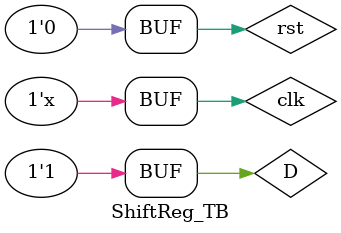
<source format=sv>
`timescale 1ns/1ns
module MUX21(input a,b,s,e, output w);
	wire ns,j;
	not #(7,9) N1(ns,s);
	notif1 #(14,18,16) N2(j,a,ns);
	notif1 #(14,18,16) N3(j,b,s);
	notif1 #(14,18,16) N4(w,j,e);
endmodule

module Dlatch(input D,clk,en, output w);
	MUX21 M1(w,D,clk,en, w);
endmodule

module DFF(input D,R,clk, output Q);
	wire i,j,k,l,m;
	not #(7,9) N1(i,R);
	nand #(14,10) Na1(j,D,i);
	not #(7,9) N2(k,j);
	not #(7,9) N3(l,clk);
	Dlatch D1(k,l,1'b1, m);
	Dlatch D2(m,clk,1'b1, Q);
endmodule

module shiftreg8(input serIn,clk,rst, output PO);
	wire [8:0] QD;
	assign QD[8] = serIn;
	genvar i;
	generate 
		for (i=8; i>0; i=i-1) begin
			DFF X(QD[i],rst,clk, QD[i-1]);
		end
	endgenerate
	assign PO = QD[0];
endmodule

module ShiftReg_TB();
	reg D = 1;
	reg clk = 0;
	reg rst = 1;
	wire w;
	shiftreg8 SR8(D,clk,rst, w);
	initial begin
		#110 rst = 0;
		#150 D = ~D;
		#300 D = ~D;
		#300 D = ~D;
		#300 D = ~D;
		#180 D = ~D;
		#100 D = ~D;
		#110 D = ~D;
		#30 D = ~D;
		#70 D = ~D;
		#120 D = ~D;
		#30 D = ~D;
		#40 D = ~D;
		#50 D = ~D;
		#90 D = ~D;
		#70 D = ~D;
		#80 D = ~D;
		#60 D = ~D;
		#200 D = ~D;
		#400 D = ~D;
		#250 D = ~D;
		#150 D = ~D;
		#300 D = ~D;
		#200 D = ~D;
		#200 D = ~D;
	end
	always #100 clk = ~clk;
endmodule



</source>
